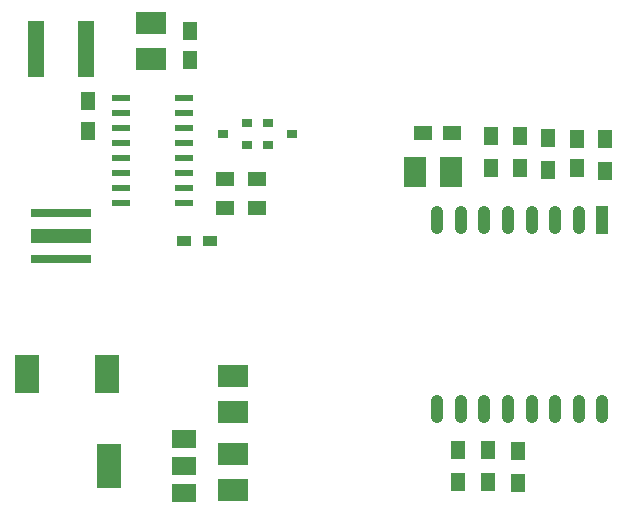
<source format=gtp>
G04 #@! TF.GenerationSoftware,KiCad,Pcbnew,(2017-11-08 revision cd21218)-HEAD*
G04 #@! TF.CreationDate,2018-02-02T15:21:13+02:00*
G04 #@! TF.ProjectId,esp8266_uno,657370383236365F756E6F2E6B696361,rev?*
G04 #@! TF.SameCoordinates,Original*
G04 #@! TF.FileFunction,Paste,Top*
G04 #@! TF.FilePolarity,Positive*
%FSLAX46Y46*%
G04 Gerber Fmt 4.6, Leading zero omitted, Abs format (unit mm)*
G04 Created by KiCad (PCBNEW (2017-11-08 revision cd21218)-HEAD) date Fri Feb  2 15:21:13 2018*
%MOMM*%
%LPD*%
G01*
G04 APERTURE LIST*
%ADD10O,1.100000X2.400000*%
%ADD11R,1.100000X2.400000*%
%ADD12R,1.250000X1.500000*%
%ADD13R,1.500000X1.250000*%
%ADD14R,1.200000X0.900000*%
%ADD15R,0.900000X0.800000*%
%ADD16R,1.300000X1.500000*%
%ADD17R,2.000000X3.800000*%
%ADD18R,2.000000X1.500000*%
%ADD19R,1.500000X0.600000*%
%ADD20R,5.100000X0.800000*%
%ADD21R,5.100000X1.300000*%
%ADD22R,1.950000X2.500000*%
%ADD23R,2.500000X1.950000*%
%ADD24R,1.460000X4.840000*%
%ADD25R,1.500000X1.300000*%
%ADD26R,1.998980X3.197860*%
G04 APERTURE END LIST*
D10*
X171323000Y-119886000D03*
X169323000Y-119886000D03*
X167323000Y-119886000D03*
X165323000Y-119886000D03*
X163323000Y-119886000D03*
X161323000Y-119886000D03*
X159323000Y-119886000D03*
X157323000Y-119886000D03*
X157323000Y-103886000D03*
X159323000Y-103886000D03*
X161323000Y-103886000D03*
X163323000Y-103886000D03*
X165323000Y-103886000D03*
X167323000Y-103886000D03*
X169323000Y-103886000D03*
D11*
X171323000Y-103886000D03*
D12*
X169164000Y-99548000D03*
X169164000Y-97048000D03*
D13*
X156103000Y-96520000D03*
X158603000Y-96520000D03*
D12*
X127762000Y-96373000D03*
X127762000Y-93873000D03*
X136398000Y-90404000D03*
X136398000Y-87904000D03*
D14*
X138133000Y-105664000D03*
X135933000Y-105664000D03*
D15*
X139208000Y-96647000D03*
X141208000Y-95697000D03*
X141208000Y-97597000D03*
X143018000Y-95697000D03*
X143018000Y-97597000D03*
X145018000Y-96647000D03*
D16*
X161925000Y-99521000D03*
X161925000Y-96821000D03*
X171577000Y-99775000D03*
X171577000Y-97075000D03*
X164211000Y-126191000D03*
X164211000Y-123491000D03*
X161671000Y-123364000D03*
X161671000Y-126064000D03*
X159131000Y-126064000D03*
X159131000Y-123364000D03*
X166751000Y-99648000D03*
X166751000Y-96948000D03*
X164338000Y-99521000D03*
X164338000Y-96821000D03*
D17*
X129565000Y-124714000D03*
D18*
X135865000Y-124714000D03*
X135865000Y-122414000D03*
X135865000Y-127014000D03*
D19*
X130523000Y-93599000D03*
X130523000Y-94869000D03*
X130523000Y-96139000D03*
X130523000Y-97409000D03*
X130523000Y-98679000D03*
X130523000Y-99949000D03*
X130523000Y-101219000D03*
X130523000Y-102489000D03*
X135923000Y-102489000D03*
X135923000Y-101219000D03*
X135923000Y-99949000D03*
X135923000Y-98679000D03*
X135923000Y-97409000D03*
X135923000Y-96139000D03*
X135923000Y-94869000D03*
X135923000Y-93599000D03*
D20*
X125476000Y-103333000D03*
D21*
X125476000Y-105283000D03*
D20*
X125476000Y-107233000D03*
D22*
X158497000Y-99822000D03*
X155447000Y-99822000D03*
D23*
X140081000Y-117093000D03*
X140081000Y-120143000D03*
X140081000Y-126747000D03*
X140081000Y-123697000D03*
X133096000Y-90298000D03*
X133096000Y-87248000D03*
D24*
X127626000Y-89408000D03*
X123326000Y-89408000D03*
D25*
X142066000Y-100457000D03*
X139366000Y-100457000D03*
X139366000Y-102870000D03*
X142066000Y-102870000D03*
D26*
X122585480Y-116967000D03*
X129382520Y-116967000D03*
M02*

</source>
